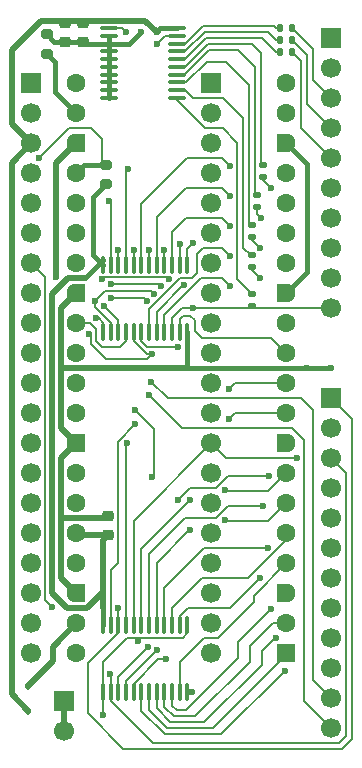
<source format=gbr>
%TF.GenerationSoftware,KiCad,Pcbnew,9.0.3-9.0.3-0~ubuntu24.04.1*%
%TF.CreationDate,2025-09-06T02:21:12+02:00*%
%TF.ProjectId,board_nfz330_nfz400,626f6172-645f-46e6-967a-3333305f6e66,rev?*%
%TF.SameCoordinates,Original*%
%TF.FileFunction,Copper,L1,Top*%
%TF.FilePolarity,Positive*%
%FSLAX46Y46*%
G04 Gerber Fmt 4.6, Leading zero omitted, Abs format (unit mm)*
G04 Created by KiCad (PCBNEW 9.0.3-9.0.3-0~ubuntu24.04.1) date 2025-09-06 02:21:12*
%MOMM*%
%LPD*%
G01*
G04 APERTURE LIST*
G04 Aperture macros list*
%AMRoundRect*
0 Rectangle with rounded corners*
0 $1 Rounding radius*
0 $2 $3 $4 $5 $6 $7 $8 $9 X,Y pos of 4 corners*
0 Add a 4 corners polygon primitive as box body*
4,1,4,$2,$3,$4,$5,$6,$7,$8,$9,$2,$3,0*
0 Add four circle primitives for the rounded corners*
1,1,$1+$1,$2,$3*
1,1,$1+$1,$4,$5*
1,1,$1+$1,$6,$7*
1,1,$1+$1,$8,$9*
0 Add four rect primitives between the rounded corners*
20,1,$1+$1,$2,$3,$4,$5,0*
20,1,$1+$1,$4,$5,$6,$7,0*
20,1,$1+$1,$6,$7,$8,$9,0*
20,1,$1+$1,$8,$9,$2,$3,0*%
%AMFreePoly0*
4,1,37,0.603843,0.796157,0.639018,0.796157,0.711114,0.766294,0.766294,0.711114,0.796157,0.639018,0.796157,0.603843,0.800000,0.600000,0.800000,-0.600000,0.796157,-0.603843,0.796157,-0.639018,0.766294,-0.711114,0.711114,-0.766294,0.639018,-0.796157,0.603843,-0.796157,0.600000,-0.800000,0.000000,-0.800000,0.000000,-0.796148,-0.078414,-0.796148,-0.232228,-0.765552,-0.377117,-0.705537,
-0.507515,-0.618408,-0.618408,-0.507515,-0.705537,-0.377117,-0.765552,-0.232228,-0.796148,-0.078414,-0.796148,0.078414,-0.765552,0.232228,-0.705537,0.377117,-0.618408,0.507515,-0.507515,0.618408,-0.377117,0.705537,-0.232228,0.765552,-0.078414,0.796148,0.000000,0.796148,0.000000,0.800000,0.600000,0.800000,0.603843,0.796157,0.603843,0.796157,$1*%
%AMFreePoly1*
4,1,37,0.000000,0.796148,0.078414,0.796148,0.232228,0.765552,0.377117,0.705537,0.507515,0.618408,0.618408,0.507515,0.705537,0.377117,0.765552,0.232228,0.796148,0.078414,0.796148,-0.078414,0.765552,-0.232228,0.705537,-0.377117,0.618408,-0.507515,0.507515,-0.618408,0.377117,-0.705537,0.232228,-0.765552,0.078414,-0.796148,0.000000,-0.796148,0.000000,-0.800000,-0.600000,-0.800000,
-0.603843,-0.796157,-0.639018,-0.796157,-0.711114,-0.766294,-0.766294,-0.711114,-0.796157,-0.639018,-0.796157,-0.603843,-0.800000,-0.600000,-0.800000,0.600000,-0.796157,0.603843,-0.796157,0.639018,-0.766294,0.711114,-0.711114,0.766294,-0.639018,0.796157,-0.603843,0.796157,-0.600000,0.800000,0.000000,0.800000,0.000000,0.796148,0.000000,0.796148,$1*%
G04 Aperture macros list end*
%TA.AperFunction,SMDPad,CuDef*%
%ADD10RoundRect,0.135000X0.185000X-0.135000X0.185000X0.135000X-0.185000X0.135000X-0.185000X-0.135000X0*%
%TD*%
%TA.AperFunction,ComponentPad*%
%ADD11RoundRect,0.200000X0.600000X0.600000X-0.600000X0.600000X-0.600000X-0.600000X0.600000X-0.600000X0*%
%TD*%
%TA.AperFunction,ComponentPad*%
%ADD12C,1.600000*%
%TD*%
%TA.AperFunction,ComponentPad*%
%ADD13FreePoly0,180.000000*%
%TD*%
%TA.AperFunction,ComponentPad*%
%ADD14FreePoly1,180.000000*%
%TD*%
%TA.AperFunction,SMDPad,CuDef*%
%ADD15RoundRect,0.200000X0.275000X-0.200000X0.275000X0.200000X-0.275000X0.200000X-0.275000X-0.200000X0*%
%TD*%
%TA.AperFunction,SMDPad,CuDef*%
%ADD16RoundRect,0.100000X0.100000X-0.637500X0.100000X0.637500X-0.100000X0.637500X-0.100000X-0.637500X0*%
%TD*%
%TA.AperFunction,ComponentPad*%
%ADD17R,1.700000X1.700000*%
%TD*%
%TA.AperFunction,ComponentPad*%
%ADD18C,1.700000*%
%TD*%
%TA.AperFunction,SMDPad,CuDef*%
%ADD19RoundRect,0.225000X0.250000X-0.225000X0.250000X0.225000X-0.250000X0.225000X-0.250000X-0.225000X0*%
%TD*%
%TA.AperFunction,SMDPad,CuDef*%
%ADD20RoundRect,0.135000X-0.135000X-0.185000X0.135000X-0.185000X0.135000X0.185000X-0.135000X0.185000X0*%
%TD*%
%TA.AperFunction,SMDPad,CuDef*%
%ADD21RoundRect,0.112500X-0.112500X0.187500X-0.112500X-0.187500X0.112500X-0.187500X0.112500X0.187500X0*%
%TD*%
%TA.AperFunction,SMDPad,CuDef*%
%ADD22RoundRect,0.100000X-0.637500X-0.100000X0.637500X-0.100000X0.637500X0.100000X-0.637500X0.100000X0*%
%TD*%
%TA.AperFunction,SMDPad,CuDef*%
%ADD23RoundRect,0.225000X-0.250000X0.225000X-0.250000X-0.225000X0.250000X-0.225000X0.250000X0.225000X0*%
%TD*%
%TA.AperFunction,SMDPad,CuDef*%
%ADD24RoundRect,0.135000X-0.185000X0.135000X-0.185000X-0.135000X0.185000X-0.135000X0.185000X0.135000X0*%
%TD*%
%TA.AperFunction,ViaPad*%
%ADD25C,0.600000*%
%TD*%
%TA.AperFunction,Conductor*%
%ADD26C,0.400000*%
%TD*%
%TA.AperFunction,Conductor*%
%ADD27C,0.500000*%
%TD*%
%TA.AperFunction,Conductor*%
%ADD28C,0.200000*%
%TD*%
G04 APERTURE END LIST*
D10*
%TO.P,R8,1*%
%TO.N,/BUS{slash}GP8*%
X76583400Y-92783200D03*
%TO.P,R8,2*%
%TO.N,Net-(U1-Y8)*%
X76583400Y-91763200D03*
%TD*%
D11*
%TO.P,J3,1,GPIO0*%
%TO.N,/PICO{slash}GP0*%
X79479000Y-122169000D03*
D12*
%TO.P,J3,2,GPIO1*%
%TO.N,/PICO{slash}GP1*%
X79479000Y-119629000D03*
D13*
%TO.P,J3,3,GND*%
%TO.N,GND*%
X79479000Y-117089000D03*
D12*
%TO.P,J3,4,GPIO2*%
%TO.N,/PICO{slash}GP2*%
X79479000Y-114549000D03*
%TO.P,J3,5,GPIO3*%
%TO.N,/PICO{slash}GP3*%
X79479000Y-112009000D03*
%TO.P,J3,6,GPIO4*%
%TO.N,/PICO{slash}GP4*%
X79479000Y-109469000D03*
%TO.P,J3,7,GPIO5*%
%TO.N,/PICO{slash}GP5*%
X79479000Y-106929000D03*
D13*
%TO.P,J3,8,GND*%
%TO.N,GND*%
X79479000Y-104389000D03*
D12*
%TO.P,J3,9,GPIO6*%
%TO.N,/PICO{slash}GP6*%
X79479000Y-101849000D03*
%TO.P,J3,10,GPIO7*%
%TO.N,/PICO{slash}GP7*%
X79479000Y-99309000D03*
%TO.P,J3,11,GPIO8*%
%TO.N,/PICO{slash}GP8*%
X79479000Y-96769000D03*
%TO.P,J3,12,GPIO9*%
%TO.N,/PICO{slash}GP9*%
X79479000Y-94229000D03*
D13*
%TO.P,J3,13,GND*%
%TO.N,GND*%
X79479000Y-91689000D03*
D12*
%TO.P,J3,14,GPIO10*%
%TO.N,/PICO{slash}GP10*%
X79479000Y-89149000D03*
%TO.P,J3,15,GPIO11*%
%TO.N,/PICO{slash}GP11*%
X79479000Y-86609000D03*
%TO.P,J3,16,GPIO12*%
%TO.N,/PICO{slash}GP12*%
X79479000Y-84069000D03*
%TO.P,J3,17,GPIO13*%
%TO.N,/PICO{slash}GP13*%
X79479000Y-81529000D03*
D13*
%TO.P,J3,18,GND*%
%TO.N,GND*%
X79479000Y-78989000D03*
D12*
%TO.P,J3,19,GPIO14*%
%TO.N,/PICO{slash}GP14*%
X79479000Y-76449000D03*
%TO.P,J3,20,GPIO15*%
%TO.N,/PICO{slash}GP15*%
X79479000Y-73909000D03*
%TO.P,J3,21,GPIO16*%
%TO.N,unconnected-(J3-GPIO16-Pad21)*%
X61699000Y-73909000D03*
%TO.P,J3,22,GPIO17*%
%TO.N,/PICO{slash}NOP_EN*%
X61699000Y-76449000D03*
D14*
%TO.P,J3,23,GND*%
%TO.N,GND*%
X61699000Y-78989000D03*
D12*
%TO.P,J3,24,GPIO18*%
%TO.N,/PICO{slash}BUS_EN*%
X61699000Y-81529000D03*
%TO.P,J3,25,GPIO19*%
%TO.N,/PICO{slash}ALE*%
X61699000Y-84069000D03*
%TO.P,J3,26,GPIO20*%
%TO.N,/PICO{slash}PSEN*%
X61699000Y-86609000D03*
%TO.P,J3,27,GPIO21*%
%TO.N,/PICO{slash}WR*%
X61699000Y-89149000D03*
D14*
%TO.P,J3,28,GND*%
%TO.N,GND*%
X61699000Y-91689000D03*
D12*
%TO.P,J3,29,GPIO22*%
%TO.N,/PICO{slash}RD*%
X61699000Y-94229000D03*
%TO.P,J3,30,RUN*%
%TO.N,unconnected-(J3-RUN-Pad30)*%
X61699000Y-96769000D03*
%TO.P,J3,31,GPIO26/ADC0*%
%TO.N,unconnected-(J3-GPIO26{slash}ADC0-Pad31)*%
X61699000Y-99309000D03*
%TO.P,J3,32,GPIO27/ADC1*%
%TO.N,unconnected-(J3-GPIO27{slash}ADC1-Pad32)*%
X61699000Y-101849000D03*
D14*
%TO.P,J3,33,AGND*%
%TO.N,GND*%
X61699000Y-104389000D03*
D12*
%TO.P,J3,34,GPIO28/ADC2*%
%TO.N,unconnected-(J3-GPIO28{slash}ADC2-Pad34)*%
X61699000Y-106929000D03*
%TO.P,J3,35,ADC_VREF*%
%TO.N,unconnected-(J3-ADC_VREF-Pad35)*%
X61699000Y-109469000D03*
%TO.P,J3,36,3V3*%
%TO.N,+3V3*%
X61699000Y-112009000D03*
%TO.P,J3,37,3V3_EN*%
%TO.N,unconnected-(J3-3V3_EN-Pad37)*%
X61699000Y-114549000D03*
D14*
%TO.P,J3,38,GND*%
%TO.N,GND*%
X61699000Y-117089000D03*
D12*
%TO.P,J3,39,VSYS*%
%TO.N,Net-(D1-K)*%
X61699000Y-119629000D03*
%TO.P,J3,40,VBUS*%
%TO.N,unconnected-(J3-VBUS-Pad40)*%
X61699000Y-122169000D03*
%TD*%
D15*
%TO.P,R9,1*%
%TO.N,/PICO{slash}NOP_EN*%
X59260600Y-71432000D03*
%TO.P,R9,2*%
%TO.N,GND*%
X59260600Y-69782000D03*
%TD*%
D16*
%TO.P,U3,1,~{1OE}*%
%TO.N,/PICO{slash}BUS_EN*%
X63970000Y-125481000D03*
%TO.P,U3,2,1B1*%
%TO.N,/BUS{slash}GP7*%
X64620000Y-125481000D03*
%TO.P,U3,3,1A1*%
%TO.N,/PICO{slash}GP7*%
X65270000Y-125481000D03*
%TO.P,U3,4,1A2*%
%TO.N,/PICO{slash}GP6*%
X65920000Y-125481000D03*
%TO.P,U3,5,1B2*%
%TO.N,/BUS{slash}GP6*%
X66570000Y-125481000D03*
%TO.P,U3,6,1B3*%
%TO.N,/BUS{slash}GP0*%
X67220000Y-125481000D03*
%TO.P,U3,7,1A3*%
%TO.N,/PICO{slash}GP0*%
X67870000Y-125481000D03*
%TO.P,U3,8,1A4*%
%TO.N,/BUS{slash}GP1*%
X68520000Y-125481000D03*
%TO.P,U3,9,1B4*%
%TO.N,/PICO{slash}GP1*%
X69170000Y-125481000D03*
%TO.P,U3,10,1B5*%
%TO.N,/BUS{slash}GP2*%
X69820000Y-125481000D03*
%TO.P,U3,11,1A5*%
%TO.N,/PICO{slash}GP2*%
X70470000Y-125481000D03*
%TO.P,U3,12,GND*%
%TO.N,GND*%
X71120000Y-125481000D03*
%TO.P,U3,13,~{2OE}*%
%TO.N,/PICO{slash}BUS_EN*%
X71120000Y-119756000D03*
%TO.P,U3,14,2A1*%
%TO.N,/BUS{slash}GP3*%
X70470000Y-119756000D03*
%TO.P,U3,15,2B1*%
%TO.N,/PICO{slash}GP3*%
X69820000Y-119756000D03*
%TO.P,U3,16,2B2*%
%TO.N,/BUS{slash}GP4*%
X69170000Y-119756000D03*
%TO.P,U3,17,2A2*%
%TO.N,/PICO{slash}GP4*%
X68520000Y-119756000D03*
%TO.P,U3,18,2A3*%
%TO.N,/BUS{slash}GP5*%
X67870000Y-119756000D03*
%TO.P,U3,19,2B3*%
%TO.N,/PICO{slash}GP5*%
X67220000Y-119756000D03*
%TO.P,U3,20,2B4*%
%TO.N,/BUS{slash}PSEN*%
X66570000Y-119756000D03*
%TO.P,U3,21,2A4*%
%TO.N,/PICO{slash}PSEN*%
X65920000Y-119756000D03*
%TO.P,U3,22,2A5*%
%TO.N,/BUS{slash}ALE*%
X65270000Y-119756000D03*
%TO.P,U3,23,2B5*%
%TO.N,/PICO{slash}ALE*%
X64620000Y-119756000D03*
%TO.P,U3,24,VCC*%
%TO.N,+3V3*%
X63970000Y-119756000D03*
%TD*%
D10*
%TO.P,R6,1*%
%TO.N,/BUS{slash}GP10*%
X76583400Y-86941200D03*
%TO.P,R6,2*%
%TO.N,Net-(U1-Y6)*%
X76583400Y-85921200D03*
%TD*%
D17*
%TO.P,J1,B1,ALE*%
%TO.N,/BUS{slash}ALE*%
X83289000Y-100579000D03*
D18*
%TO.P,J1,B2,~{PSEN}*%
%TO.N,/BUS{slash}PSEN*%
X83289000Y-103119000D03*
%TO.P,J1,B3,A15*%
%TO.N,/BUS{slash}GP7*%
X83289000Y-105659000D03*
%TO.P,J1,B4,A14*%
%TO.N,/BUS{slash}GP6*%
X83289000Y-108199000D03*
%TO.P,J1,B5,A13*%
%TO.N,/BUS{slash}GP5*%
X83289000Y-110739000D03*
%TO.P,J1,B6,A12*%
%TO.N,/BUS{slash}GP4*%
X83289000Y-113279000D03*
%TO.P,J1,B7,A11*%
%TO.N,/BUS{slash}GP3*%
X83289000Y-115819000D03*
%TO.P,J1,B8,A10*%
%TO.N,/BUS{slash}GP2*%
X83289000Y-118359000D03*
%TO.P,J1,B9,A9*%
%TO.N,/BUS{slash}GP1*%
X83289000Y-120899000D03*
%TO.P,J1,B10,A8*%
%TO.N,/BUS{slash}GP0*%
X83289000Y-123439000D03*
%TO.P,J1,B11,~{RD}*%
%TO.N,/BUS{slash}RD*%
X83289000Y-125979000D03*
%TO.P,J1,B12,~{WR}*%
%TO.N,/BUS{slash}WR*%
X83289000Y-128519000D03*
D17*
%TO.P,J1,T1,GND*%
%TO.N,GND*%
X83289000Y-70099000D03*
D18*
%TO.P,J1,T2,5V*%
%TO.N,+5V*%
X83289000Y-72639000D03*
%TO.P,J1,T3,AD0*%
%TO.N,/BUS{slash}GP15*%
X83289000Y-75179000D03*
%TO.P,J1,T4,AD1*%
%TO.N,/BUS{slash}GP14*%
X83289000Y-77719000D03*
%TO.P,J1,T5,AD2*%
%TO.N,/BUS{slash}GP13*%
X83289000Y-80259000D03*
%TO.P,J1,T6,AD3*%
%TO.N,/BUS{slash}GP12*%
X83289000Y-82799000D03*
%TO.P,J1,T7,AD4*%
%TO.N,/BUS{slash}GP11*%
X83289000Y-85339000D03*
%TO.P,J1,T8,AD5*%
%TO.N,/BUS{slash}GP10*%
X83289000Y-87879000D03*
%TO.P,J1,T9,AD6*%
%TO.N,/BUS{slash}GP9*%
X83289000Y-90419000D03*
%TO.P,J1,T10,AD7*%
%TO.N,/BUS{slash}GP8*%
X83289000Y-92959000D03*
%TD*%
D19*
%TO.P,C3,1*%
%TO.N,+3V3*%
X64391400Y-112149000D03*
%TO.P,C3,2*%
%TO.N,GND*%
X64391400Y-110599000D03*
%TD*%
D20*
%TO.P,R2,1*%
%TO.N,Net-(U1-Y2)*%
X78943600Y-70276800D03*
%TO.P,R2,2*%
%TO.N,/BUS{slash}GP14*%
X79963600Y-70276800D03*
%TD*%
D10*
%TO.P,R5,1*%
%TO.N,/BUS{slash}GP11*%
X77015200Y-84375800D03*
%TO.P,R5,2*%
%TO.N,Net-(U1-Y5)*%
X77015200Y-83355800D03*
%TD*%
D21*
%TO.P,D1,1,K*%
%TO.N,Net-(D1-K)*%
X57609600Y-124929000D03*
%TO.P,D1,2,A*%
%TO.N,+5V*%
X57609600Y-127029000D03*
%TD*%
D22*
%TO.P,U1,1,~{OE1}*%
%TO.N,/PICO{slash}NOP_EN*%
X64485000Y-69282200D03*
%TO.P,U1,2,A1*%
%TO.N,GND*%
X64485000Y-69932200D03*
%TO.P,U1,3,A2*%
X64485000Y-70582200D03*
%TO.P,U1,4,A3*%
X64485000Y-71232200D03*
%TO.P,U1,5,A4*%
X64485000Y-71882200D03*
%TO.P,U1,6,A5*%
X64485000Y-72532200D03*
%TO.P,U1,7,A6*%
X64485000Y-73182200D03*
%TO.P,U1,8,A7*%
X64485000Y-73832200D03*
%TO.P,U1,9,A8*%
X64485000Y-74482200D03*
%TO.P,U1,10,GND*%
X64485000Y-75132200D03*
%TO.P,U1,11,Y8*%
%TO.N,Net-(U1-Y8)*%
X70210000Y-75132200D03*
%TO.P,U1,12,Y7*%
%TO.N,Net-(U1-Y7)*%
X70210000Y-74482200D03*
%TO.P,U1,13,Y6*%
%TO.N,Net-(U1-Y6)*%
X70210000Y-73832200D03*
%TO.P,U1,14,Y5*%
%TO.N,Net-(U1-Y5)*%
X70210000Y-73182200D03*
%TO.P,U1,15,Y4*%
%TO.N,Net-(U1-Y4)*%
X70210000Y-72532200D03*
%TO.P,U1,16,Y3*%
%TO.N,Net-(U1-Y3)*%
X70210000Y-71882200D03*
%TO.P,U1,17,Y2*%
%TO.N,Net-(U1-Y2)*%
X70210000Y-71232200D03*
%TO.P,U1,18,Y1*%
%TO.N,Net-(U1-Y1)*%
X70210000Y-70582200D03*
%TO.P,U1,19,~{OE2}*%
%TO.N,/BUS{slash}PSEN*%
X70210000Y-69932200D03*
%TO.P,U1,20,VCC*%
%TO.N,+5V*%
X70210000Y-69282200D03*
%TD*%
D10*
%TO.P,R7,1*%
%TO.N,/BUS{slash}GP9*%
X76583400Y-89481200D03*
%TO.P,R7,2*%
%TO.N,Net-(U1-Y7)*%
X76583400Y-88461200D03*
%TD*%
D17*
%TO.P,J4,1,Pin_1*%
%TO.N,GND*%
X60657600Y-126182200D03*
D18*
%TO.P,J4,2,Pin_2*%
X60657600Y-128722200D03*
%TD*%
D23*
%TO.P,C1,1*%
%TO.N,+5V*%
X60759200Y-68841400D03*
%TO.P,C1,2*%
%TO.N,GND*%
X60759200Y-70391400D03*
%TD*%
D20*
%TO.P,R3,1*%
%TO.N,Net-(U1-Y3)*%
X78943600Y-71267400D03*
%TO.P,R3,2*%
%TO.N,/BUS{slash}GP13*%
X79963600Y-71267400D03*
%TD*%
%TO.P,R1,1*%
%TO.N,Net-(U1-Y1)*%
X78943600Y-69260800D03*
%TO.P,R1,2*%
%TO.N,/BUS{slash}GP15*%
X79963600Y-69260800D03*
%TD*%
D23*
%TO.P,C2,1*%
%TO.N,+5V*%
X62257800Y-68841400D03*
%TO.P,C2,2*%
%TO.N,GND*%
X62257800Y-70391400D03*
%TD*%
D16*
%TO.P,U2,1,~{1OE}*%
%TO.N,/PICO{slash}BUS_EN*%
X63970000Y-95001000D03*
%TO.P,U2,2,1B1*%
%TO.N,/BUS{slash}WR*%
X64620000Y-95001000D03*
%TO.P,U2,3,1A1*%
%TO.N,/PICO{slash}WR*%
X65270000Y-95001000D03*
%TO.P,U2,4,1A2*%
%TO.N,/PICO{slash}RD*%
X65920000Y-95001000D03*
%TO.P,U2,5,1B2*%
%TO.N,/BUS{slash}RD*%
X66570000Y-95001000D03*
%TO.P,U2,6,1B3*%
%TO.N,/BUS{slash}GP10*%
X67220000Y-95001000D03*
%TO.P,U2,7,1A3*%
%TO.N,/PICO{slash}GP10*%
X67870000Y-95001000D03*
%TO.P,U2,8,1A4*%
%TO.N,/BUS{slash}GP9*%
X68520000Y-95001000D03*
%TO.P,U2,9,1B4*%
%TO.N,/PICO{slash}GP9*%
X69170000Y-95001000D03*
%TO.P,U2,10,1B5*%
%TO.N,/BUS{slash}GP8*%
X69820000Y-95001000D03*
%TO.P,U2,11,1A5*%
%TO.N,/PICO{slash}GP8*%
X70470000Y-95001000D03*
%TO.P,U2,12,GND*%
%TO.N,GND*%
X71120000Y-95001000D03*
%TO.P,U2,13,~{2OE}*%
%TO.N,/PICO{slash}BUS_EN*%
X71120000Y-89276000D03*
%TO.P,U2,14,2A1*%
%TO.N,/BUS{slash}GP11*%
X70470000Y-89276000D03*
%TO.P,U2,15,2B1*%
%TO.N,/PICO{slash}GP11*%
X69820000Y-89276000D03*
%TO.P,U2,16,2B2*%
%TO.N,/BUS{slash}GP12*%
X69170000Y-89276000D03*
%TO.P,U2,17,2A2*%
%TO.N,/PICO{slash}GP12*%
X68520000Y-89276000D03*
%TO.P,U2,18,2A3*%
%TO.N,/BUS{slash}GP13*%
X67870000Y-89276000D03*
%TO.P,U2,19,2B3*%
%TO.N,/PICO{slash}GP13*%
X67220000Y-89276000D03*
%TO.P,U2,20,2B4*%
%TO.N,/BUS{slash}GP14*%
X66570000Y-89276000D03*
%TO.P,U2,21,2A4*%
%TO.N,/PICO{slash}GP14*%
X65920000Y-89276000D03*
%TO.P,U2,22,2A5*%
%TO.N,/BUS{slash}GP15*%
X65270000Y-89276000D03*
%TO.P,U2,23,2B5*%
%TO.N,/PICO{slash}GP15*%
X64620000Y-89276000D03*
%TO.P,U2,24,VCC*%
%TO.N,+3V3*%
X63970000Y-89276000D03*
%TD*%
D24*
%TO.P,R4,1*%
%TO.N,Net-(U1-Y4)*%
X77523200Y-80841200D03*
%TO.P,R4,2*%
%TO.N,/BUS{slash}GP12*%
X77523200Y-81861200D03*
%TD*%
D15*
%TO.P,R10,1*%
%TO.N,+3V3*%
X64239000Y-82481000D03*
%TO.P,R10,2*%
%TO.N,/PICO{slash}BUS_EN*%
X64239000Y-80831000D03*
%TD*%
D18*
%TO.P,J2,*%
%TO.N,*%
X73129000Y-81529000D03*
X73129000Y-78989000D03*
X57889000Y-86609000D03*
X57889000Y-84069000D03*
X57889000Y-81529000D03*
D17*
%TO.P,J2,L1,~{WR}*%
%TO.N,/BUS{slash}WR*%
X57889000Y-73909000D03*
D18*
%TO.P,J2,L2,~{RD}*%
%TO.N,/BUS{slash}RD*%
X57889000Y-76449000D03*
%TO.P,J2,L3,5V*%
%TO.N,+5V*%
X57889000Y-78989000D03*
%TO.P,J2,L7,ALE*%
%TO.N,/BUS{slash}ALE*%
X57889000Y-89149000D03*
%TO.P,J2,L8,A12*%
%TO.N,/BUS{slash}GP7*%
X57889000Y-91689000D03*
%TO.P,J2,L9,AD7*%
%TO.N,/BUS{slash}GP15*%
X57889000Y-94229000D03*
%TO.P,J2,L10,AD6*%
%TO.N,/BUS{slash}GP14*%
X57889000Y-96769000D03*
%TO.P,J2,L11,AD5*%
%TO.N,/BUS{slash}GP13*%
X57889000Y-99309000D03*
%TO.P,J2,L12,AD4*%
%TO.N,/BUS{slash}GP12*%
X57889000Y-101849000D03*
%TO.P,J2,L13,AD3*%
%TO.N,/BUS{slash}GP11*%
X57889000Y-104389000D03*
%TO.P,J2,L14,AD2*%
%TO.N,/BUS{slash}GP10*%
X57889000Y-106929000D03*
%TO.P,J2,L15,AD1*%
%TO.N,/BUS{slash}GP9*%
X57889000Y-109469000D03*
%TO.P,J2,L16,AD0*%
%TO.N,/BUS{slash}GP8*%
X57889000Y-112009000D03*
%TO.P,J2,L17,AD0*%
%TO.N,unconnected-(J2-AD0-PadL17)*%
X57889000Y-114549000D03*
%TO.P,J2,L18,AD1*%
%TO.N,unconnected-(J2-AD1-PadL18)*%
X57889000Y-117089000D03*
%TO.P,J2,L19,AD2*%
%TO.N,unconnected-(J2-AD2-PadL19)*%
X57889000Y-119629000D03*
%TO.P,J2,L20,GND*%
%TO.N,GND*%
X57889000Y-122169000D03*
D17*
%TO.P,J2,R1,GND*%
%TO.N,unconnected-(J2-GND-PadR1)*%
X73129000Y-73909000D03*
D18*
%TO.P,J2,R2,GND*%
%TO.N,unconnected-(J2-GND-PadR2)*%
X73129000Y-76449000D03*
%TO.P,J2,R5,A12*%
%TO.N,unconnected-(J2-A12-PadR5)*%
X73129000Y-84069000D03*
%TO.P,J2,R6,ALE*%
%TO.N,unconnected-(J2-ALE-PadR6)*%
X73129000Y-86609000D03*
%TO.P,J2,R7,5V*%
%TO.N,unconnected-(J2-5V-PadR7)*%
X73129000Y-89149000D03*
%TO.P,J2,R8,A14*%
%TO.N,/BUS{slash}GP6*%
X73129000Y-91689000D03*
%TO.P,J2,R9,A13*%
%TO.N,/BUS{slash}GP5*%
X73129000Y-94229000D03*
%TO.P,J2,R10,A8*%
%TO.N,/BUS{slash}GP4*%
X73129000Y-96769000D03*
%TO.P,J2,R11,A9*%
%TO.N,/BUS{slash}GP3*%
X73129000Y-99309000D03*
%TO.P,J2,R12,A11*%
%TO.N,/BUS{slash}GP2*%
X73129000Y-101849000D03*
%TO.P,J2,R13,~{PSEN}*%
%TO.N,/BUS{slash}PSEN*%
X73129000Y-104389000D03*
%TO.P,J2,R14,A10*%
%TO.N,/BUS{slash}GP1*%
X73129000Y-106929000D03*
%TO.P,J2,R15,A15*%
%TO.N,/BUS{slash}GP0*%
X73129000Y-109469000D03*
%TO.P,J2,R16,AD7*%
%TO.N,unconnected-(J2-AD7-PadR16)*%
X73129000Y-112009000D03*
%TO.P,J2,R17,AD6*%
%TO.N,unconnected-(J2-AD6-PadR17)*%
X73129000Y-114549000D03*
%TO.P,J2,R18,AD5*%
%TO.N,unconnected-(J2-AD5-PadR18)*%
X73129000Y-117089000D03*
%TO.P,J2,R19,AD4*%
%TO.N,unconnected-(J2-AD4-PadR19)*%
X73129000Y-119629000D03*
%TO.P,J2,R20,AD3*%
%TO.N,unconnected-(J2-AD3-PadR20)*%
X73129000Y-122169000D03*
%TD*%
D25*
%TO.N,+5V*%
X68531600Y-69591000D03*
%TO.N,/BUS{slash}PSEN*%
X80368000Y-105659000D03*
X68557000Y-70607000D03*
%TO.N,GND*%
X60013000Y-90317400D03*
X81257000Y-98039000D03*
X67160000Y-69591000D03*
X83314400Y-98039000D03*
X71528800Y-125420200D03*
%TO.N,/BUS{slash}WR*%
X63324600Y-92324000D03*
X67896600Y-100325000D03*
X68302273Y-91781000D03*
%TO.N,/BUS{slash}RD*%
X68150600Y-96835907D03*
X62816600Y-95143400D03*
X68074400Y-99207400D03*
%TO.N,/PICO{slash}WR*%
X64033102Y-92742772D03*
%TO.N,/BUS{slash}GP7*%
X64594600Y-123896200D03*
%TO.N,/BUS{slash}GP14*%
X66570000Y-88031400D03*
%TO.N,/BUS{slash}GP0*%
X79402800Y-123642200D03*
%TO.N,/BUS{slash}GP11*%
X70470000Y-87523400D03*
X77370800Y-85339000D03*
%TO.N,/BUS{slash}GP13*%
X67870000Y-88006000D03*
%TO.N,/BUS{slash}GP5*%
X77539000Y-109723000D03*
%TO.N,/BUS{slash}GP10*%
X70325400Y-96268753D03*
X77243800Y-87879000D03*
%TO.N,/BUS{slash}GP2*%
X78234400Y-118409800D03*
%TO.N,/BUS{slash}GP12*%
X69170000Y-88006000D03*
X78183600Y-82799000D03*
%TO.N,/BUS{slash}GP4*%
X77929600Y-113279000D03*
%TO.N,/BUS{slash}GP1*%
X78590000Y-120899000D03*
%TO.N,/BUS{slash}GP15*%
X65270000Y-88006000D03*
%TO.N,/BUS{slash}GP9*%
X70842272Y-91019000D03*
X77243800Y-90419000D03*
%TO.N,/BUS{slash}GP3*%
X77269200Y-115819000D03*
%TO.N,/BUS{slash}GP8*%
X71579600Y-92959000D03*
%TO.N,/BUS{slash}GP6*%
X70335000Y-109215000D03*
X69319000Y-122677000D03*
X78047000Y-107157600D03*
%TO.N,/PICO{slash}GP4*%
X74281600Y-110892127D03*
X71325600Y-111755000D03*
%TO.N,/PICO{slash}GP11*%
X74754600Y-85999400D03*
%TO.N,/PICO{slash}GP10*%
X74741900Y-88526700D03*
%TO.N,/PICO{slash}GP12*%
X74741900Y-83446700D03*
%TO.N,/PICO{slash}GP6*%
X68557000Y-121915000D03*
X74653000Y-102357000D03*
%TO.N,/PICO{slash}GP7*%
X67795000Y-121635600D03*
X74653000Y-99817000D03*
%TO.N,/PICO{slash}GP9*%
X74729200Y-91054000D03*
%TO.N,/PICO{slash}GP13*%
X74729200Y-80894000D03*
%TO.N,/PICO{slash}GP15*%
X64467600Y-83916600D03*
%TO.N,/PICO{slash}GP14*%
X66093200Y-81198800D03*
%TO.N,/PICO{slash}GP5*%
X74281600Y-108352127D03*
X71325600Y-109215000D03*
%TO.N,/BUS{slash}ALE*%
X59667000Y-118232000D03*
X65255000Y-118359000D03*
%TO.N,/PICO{slash}NOP_EN*%
X65890000Y-69591000D03*
%TO.N,/PICO{slash}PSEN*%
X69569417Y-90495093D03*
X66004300Y-104401700D03*
X63912027Y-90513500D03*
%TO.N,/PICO{slash}ALE*%
X68899127Y-91113500D03*
X64655000Y-90942800D03*
X66715500Y-102801500D03*
%TO.N,/PICO{slash}BUS_EN*%
X67683800Y-92390600D03*
X68150600Y-107284600D03*
X71605000Y-87472600D03*
X66982200Y-121102200D03*
X63400000Y-93822600D03*
X66677400Y-101569600D03*
X58574800Y-80233600D03*
X64639071Y-92143800D03*
X63959600Y-127426800D03*
%TD*%
D26*
%TO.N,+5V*%
X68841400Y-69281200D02*
X70210000Y-69281200D01*
D27*
X56238000Y-80640000D02*
X56238000Y-125657400D01*
X56238000Y-125657400D02*
X57609600Y-127029000D01*
D26*
X68531600Y-69591000D02*
X68841400Y-69281200D01*
D27*
X68531600Y-69591000D02*
X67571800Y-68631200D01*
X58740850Y-68631200D02*
X56238000Y-71134050D01*
X57889000Y-78989000D02*
X56238000Y-80640000D01*
X56238000Y-71134050D02*
X56238000Y-77338000D01*
X56238000Y-77338000D02*
X57889000Y-78989000D01*
X67571800Y-68631200D02*
X58740850Y-68631200D01*
D28*
%TO.N,/BUS{slash}PSEN*%
X74399000Y-105659000D02*
X73129000Y-104389000D01*
X73129000Y-104389000D02*
X66570000Y-110948000D01*
X69231800Y-69932200D02*
X68557000Y-70607000D01*
X80368000Y-105659000D02*
X74399000Y-105659000D01*
X70210000Y-69932200D02*
X69231800Y-69932200D01*
X66570000Y-110948000D02*
X66570000Y-119756000D01*
D27*
%TO.N,Net-(D1-K)*%
X59717800Y-121610200D02*
X61699000Y-119629000D01*
X59717800Y-121762600D02*
X59717800Y-121610200D01*
X57609600Y-124929000D02*
X59717800Y-122820800D01*
X59717800Y-122820800D02*
X59717800Y-121762600D01*
%TO.N,+3V3*%
X59679496Y-91765200D02*
X59679496Y-117089000D01*
X62623800Y-118359000D02*
X63970000Y-117012800D01*
X62435600Y-90419000D02*
X61038600Y-90419000D01*
D26*
X63172200Y-88478200D02*
X63970000Y-89276000D01*
X63970000Y-118384400D02*
X63970000Y-119756000D01*
D27*
X64391400Y-112149000D02*
X61839000Y-112149000D01*
D26*
X63172200Y-83547800D02*
X63172200Y-88478200D01*
X64239000Y-82481000D02*
X63172200Y-83547800D01*
D27*
X63970000Y-116225400D02*
X63970000Y-118384400D01*
X63970000Y-117012800D02*
X63970000Y-116225400D01*
D26*
X62435600Y-90393600D02*
X63959600Y-88869600D01*
D27*
X61839000Y-112149000D02*
X61699000Y-112009000D01*
X59692400Y-117089000D02*
X60962400Y-118359000D01*
X61038600Y-90419000D02*
X59692400Y-91765200D01*
X63970000Y-112570400D02*
X64391400Y-112149000D01*
X60962400Y-118359000D02*
X62623800Y-118359000D01*
D26*
X62435600Y-90419000D02*
X62435600Y-90393600D01*
D27*
X63970000Y-116225400D02*
X63970000Y-112570400D01*
D26*
%TO.N,GND*%
X64391400Y-110599000D02*
X64251400Y-110739000D01*
D27*
X60403600Y-103093600D02*
X61699000Y-104389000D01*
D26*
X83314400Y-98039000D02*
X71120000Y-98039000D01*
D27*
X60013000Y-90317400D02*
X60013000Y-80675000D01*
D26*
X64485000Y-69932200D02*
X64485000Y-75132200D01*
D27*
X60403600Y-92984400D02*
X60403600Y-97708800D01*
D28*
X61699000Y-91689000D02*
X61699000Y-91155600D01*
D27*
X61699000Y-91689000D02*
X60403600Y-92984400D01*
D26*
X81231600Y-80741600D02*
X79479000Y-78989000D01*
X59870000Y-70391400D02*
X59260600Y-69782000D01*
X66168800Y-70582200D02*
X62448600Y-70582200D01*
D27*
X67693400Y-98039000D02*
X71120000Y-98039000D01*
D26*
X81231600Y-89936400D02*
X81231600Y-80741600D01*
D27*
X60403600Y-115793600D02*
X61699000Y-117089000D01*
D28*
X71528800Y-125420200D02*
X71468000Y-125481000D01*
D26*
X79479000Y-91689000D02*
X81231600Y-89936400D01*
X67160000Y-69591000D02*
X66168800Y-70582200D01*
D27*
X60013000Y-80675000D02*
X61699000Y-78989000D01*
D26*
X71120000Y-98039000D02*
X71120000Y-95001000D01*
D27*
X60657600Y-126182200D02*
X60657600Y-128722200D01*
X64251400Y-110739000D02*
X60429000Y-110739000D01*
X61699000Y-104389000D02*
X60403600Y-105684400D01*
D26*
X62448600Y-70582200D02*
X62257800Y-70391400D01*
D27*
X60403600Y-105684400D02*
X60403600Y-110713600D01*
D26*
X62257800Y-70391400D02*
X59870000Y-70391400D01*
D28*
X60581400Y-98191400D02*
X60403600Y-98013600D01*
D27*
X67693400Y-98039000D02*
X60733800Y-98039000D01*
D28*
X60403600Y-98013600D02*
X60403600Y-97708800D01*
D27*
X60403600Y-97708800D02*
X60403600Y-103093600D01*
X60403600Y-110713600D02*
X60403600Y-115793600D01*
D28*
X71468000Y-125481000D02*
X71120000Y-125481000D01*
%TO.N,/BUS{slash}WR*%
X68302273Y-91781000D02*
X68057873Y-91536600D01*
X64398857Y-91536600D02*
X64112000Y-91536600D01*
X63324600Y-92882800D02*
X64620000Y-94178200D01*
X64903943Y-91543800D02*
X64406057Y-91543800D01*
X81003000Y-126233000D02*
X83289000Y-128519000D01*
X67896600Y-100325000D02*
X70690600Y-103119000D01*
X64112000Y-91536600D02*
X63324600Y-92324000D01*
X68057873Y-91536600D02*
X64911143Y-91536600D01*
X63324600Y-92324000D02*
X63324600Y-92882800D01*
X64406057Y-91543800D02*
X64398857Y-91536600D01*
X81003000Y-104135000D02*
X81003000Y-126233000D01*
X79987000Y-103119000D02*
X81003000Y-104135000D01*
X64620000Y-94178200D02*
X64620000Y-95001000D01*
X70690600Y-103119000D02*
X79987000Y-103119000D01*
X64911143Y-91536600D02*
X64903943Y-91543800D01*
%TO.N,/BUS{slash}RD*%
X67709507Y-97277000D02*
X68150600Y-96835907D01*
X68150600Y-96835907D02*
X67667408Y-96835907D01*
X81765000Y-101595000D02*
X81765000Y-124455000D01*
X68074400Y-99207400D02*
X69446000Y-100579000D01*
X64264400Y-97277000D02*
X67709507Y-97277000D01*
X80749000Y-100579000D02*
X81765000Y-101595000D01*
X66570000Y-95738499D02*
X66570000Y-95001000D01*
X62943600Y-95956200D02*
X64264400Y-97277000D01*
X62943600Y-95270400D02*
X62943600Y-95956200D01*
X81765000Y-124455000D02*
X83289000Y-125979000D01*
X67667408Y-96835907D02*
X66570000Y-95738499D01*
X62816600Y-95143400D02*
X62943600Y-95270400D01*
X69446000Y-100579000D02*
X80749000Y-100579000D01*
%TO.N,/PICO{slash}WR*%
X64033102Y-92742772D02*
X65270000Y-93979670D01*
X65270000Y-93979670D02*
X65270000Y-95001000D01*
%TO.N,/BUS{slash}GP7*%
X83289000Y-105659000D02*
X84559000Y-106929000D01*
X84559000Y-106929000D02*
X84559000Y-129204800D01*
X83974800Y-129789000D02*
X68190501Y-129789000D01*
X84559000Y-129204800D02*
X83974800Y-129789000D01*
X68190501Y-129789000D02*
X64620000Y-126218499D01*
X64620000Y-126218499D02*
X64620000Y-125481000D01*
X64620000Y-123921600D02*
X64594600Y-123896200D01*
X64620000Y-125481000D02*
X64620000Y-123921600D01*
%TO.N,/BUS{slash}GP14*%
X81257000Y-75687000D02*
X83289000Y-77719000D01*
X79963600Y-70276800D02*
X81257000Y-71570200D01*
X81257000Y-71570200D02*
X81257000Y-75687000D01*
X66570000Y-88031400D02*
X66570000Y-89276000D01*
%TO.N,/BUS{slash}GP0*%
X69192000Y-129052400D02*
X67220000Y-127080400D01*
X79402800Y-123642200D02*
X73992600Y-129052400D01*
X73992600Y-129052400D02*
X69192000Y-129052400D01*
X67220000Y-127080400D02*
X67220000Y-125481000D01*
%TO.N,/BUS{slash}GP11*%
X77015200Y-84983400D02*
X77370800Y-85339000D01*
X70470000Y-87523400D02*
X70470000Y-89276000D01*
X77015200Y-84375800D02*
X77015200Y-84983400D01*
%TO.N,/BUS{slash}GP13*%
X80749000Y-77719000D02*
X83289000Y-80259000D01*
X67870000Y-88006000D02*
X67870000Y-89276000D01*
X79963600Y-71267400D02*
X80749000Y-72052800D01*
X80749000Y-72052800D02*
X80749000Y-77719000D01*
%TO.N,/BUS{slash}GP5*%
X77539000Y-109723000D02*
X74602200Y-109723000D01*
X70944600Y-110739000D02*
X67870000Y-113813600D01*
X74602200Y-109723000D02*
X73586200Y-110739000D01*
X67870000Y-113813600D02*
X67870000Y-119756000D01*
X73586200Y-110739000D02*
X70944600Y-110739000D01*
%TO.N,/BUS{slash}GP10*%
X70292554Y-96235907D02*
X67717408Y-96235907D01*
X76583400Y-86941200D02*
X76583400Y-87218600D01*
X67220000Y-95738499D02*
X67220000Y-95001000D01*
X76583400Y-87218600D02*
X77243800Y-87879000D01*
X67717408Y-96235907D02*
X67220000Y-95738499D01*
X70325400Y-96268753D02*
X70292554Y-96235907D01*
%TO.N,/BUS{slash}GP2*%
X75440400Y-121203800D02*
X78234400Y-118409800D01*
X71005539Y-126995000D02*
X75440400Y-122560139D01*
X69820000Y-126607000D02*
X70208000Y-126995000D01*
X75440400Y-122560139D02*
X75440400Y-121203800D01*
X70208000Y-126995000D02*
X71005539Y-126995000D01*
X69820000Y-125481000D02*
X69820000Y-126607000D01*
X78234400Y-118409800D02*
X78285200Y-118359000D01*
%TO.N,/BUS{slash}GP12*%
X77523200Y-81861200D02*
X77523200Y-82138600D01*
X69170000Y-88006000D02*
X69170000Y-89276000D01*
X77523200Y-82138600D02*
X78183600Y-82799000D01*
%TO.N,/BUS{slash}GP4*%
X77929600Y-113279000D02*
X72543720Y-113279000D01*
X69170000Y-116652720D02*
X69170000Y-119756000D01*
X72543720Y-113279000D02*
X69170000Y-116652720D01*
%TO.N,/BUS{slash}GP1*%
X77447000Y-122016600D02*
X77447000Y-123134200D01*
X69674600Y-128011000D02*
X68520000Y-126856400D01*
X68520000Y-126856400D02*
X68520000Y-125481000D01*
X78564600Y-120899000D02*
X77447000Y-122016600D01*
X77447000Y-123134200D02*
X72570200Y-128011000D01*
X72570200Y-128011000D02*
X69674600Y-128011000D01*
%TO.N,/BUS{slash}GP15*%
X81765000Y-73655000D02*
X81765000Y-71062200D01*
X65270000Y-88006000D02*
X65270000Y-89276000D01*
X83289000Y-75179000D02*
X81765000Y-73655000D01*
X81765000Y-71062200D02*
X79963600Y-69260800D01*
%TO.N,/BUS{slash}GP9*%
X70776400Y-91019000D02*
X68520000Y-93275400D01*
X68520000Y-93275400D02*
X68520000Y-95001000D01*
X70842272Y-91019000D02*
X70776400Y-91019000D01*
X76583400Y-89758600D02*
X77243800Y-90419000D01*
X76583400Y-89481200D02*
X76583400Y-89758600D01*
%TO.N,/BUS{slash}GP3*%
X70470000Y-119036800D02*
X70470000Y-119756000D01*
X74729200Y-118359000D02*
X71147800Y-118359000D01*
X77269200Y-115819000D02*
X74729200Y-118359000D01*
X71147800Y-118359000D02*
X70470000Y-119036800D01*
%TO.N,/BUS{slash}GP8*%
X70690600Y-92959000D02*
X69820000Y-93829600D01*
X71579600Y-92959000D02*
X83289000Y-92959000D01*
X71579600Y-92959000D02*
X70690600Y-92959000D01*
X69820000Y-93829600D02*
X69820000Y-95001000D01*
%TO.N,/BUS{slash}GP6*%
X74602200Y-107183000D02*
X78021600Y-107183000D01*
X73586200Y-108199000D02*
X74602200Y-107183000D01*
X71351000Y-108199000D02*
X70335000Y-109215000D01*
X69319000Y-122677000D02*
X68636501Y-122677000D01*
X66570000Y-124743501D02*
X66570000Y-125481000D01*
X71401800Y-108199000D02*
X71351000Y-108199000D01*
X71401800Y-108199000D02*
X73586200Y-108199000D01*
X78021600Y-107183000D02*
X78047000Y-107157600D01*
X68636501Y-122677000D02*
X66570000Y-124743501D01*
%TO.N,/PICO{slash}GP8*%
X71732000Y-94914800D02*
X72341600Y-95524400D01*
X78234400Y-95524400D02*
X79479000Y-96769000D01*
X71732000Y-93975000D02*
X71732000Y-94914800D01*
X70470000Y-95001000D02*
X70470000Y-93865400D01*
X72341600Y-95524400D02*
X78234400Y-95524400D01*
X71376400Y-93619400D02*
X71732000Y-93975000D01*
X70716000Y-93619400D02*
X71376400Y-93619400D01*
X70470000Y-93865400D02*
X70716000Y-93619400D01*
%TO.N,/PICO{slash}GP4*%
X71300200Y-111755000D02*
X68520000Y-114535200D01*
X74281600Y-110892127D02*
X74357073Y-110967600D01*
X77980400Y-110967600D02*
X79479000Y-109469000D01*
X71325600Y-111755000D02*
X71300200Y-111755000D01*
X68520000Y-114535200D02*
X68520000Y-119756000D01*
X74357073Y-110967600D02*
X77980400Y-110967600D01*
%TO.N,/PICO{slash}GP11*%
X74754600Y-85999400D02*
X74094200Y-85339000D01*
X69820000Y-86489000D02*
X69820000Y-89276000D01*
X70970000Y-85339000D02*
X69820000Y-86489000D01*
X74094200Y-85339000D02*
X70970000Y-85339000D01*
%TO.N,/PICO{slash}GP10*%
X71935200Y-88387000D02*
X71935200Y-89987200D01*
X72443200Y-87879000D02*
X71935200Y-88387000D01*
X71935200Y-89987200D02*
X71503400Y-90419000D01*
X70512800Y-90419000D02*
X67870000Y-93061800D01*
X71503400Y-90419000D02*
X70512800Y-90419000D01*
X74094200Y-87879000D02*
X72443200Y-87879000D01*
X67870000Y-93061800D02*
X67870000Y-95001000D01*
X74741900Y-88526700D02*
X74094200Y-87879000D01*
%TO.N,/PICO{slash}GP12*%
X74094200Y-82799000D02*
X70995400Y-82799000D01*
X70995400Y-82799000D02*
X68520000Y-85274400D01*
X74741900Y-83446700D02*
X74094200Y-82799000D01*
X68520000Y-85274400D02*
X68520000Y-89276000D01*
%TO.N,/PICO{slash}GP2*%
X76735800Y-117876400D02*
X73713200Y-120899000D01*
X76735800Y-117292200D02*
X76735800Y-117876400D01*
X73713200Y-120899000D02*
X72519400Y-120899000D01*
X72519400Y-120899000D02*
X70470000Y-122948400D01*
X79479000Y-114549000D02*
X76735800Y-117292200D01*
X70470000Y-122948400D02*
X70470000Y-125481000D01*
%TO.N,/PICO{slash}GP1*%
X76431000Y-122880200D02*
X76431000Y-121584800D01*
X76431000Y-121584800D02*
X78386800Y-119629000D01*
X69170000Y-125481000D02*
X69170000Y-126744400D01*
X78386800Y-119629000D02*
X79479000Y-119629000D01*
X71782800Y-127528400D02*
X76431000Y-122880200D01*
X69170000Y-126744400D02*
X69954000Y-127528400D01*
X69954000Y-127528400D02*
X71782800Y-127528400D01*
%TO.N,/PICO{slash}GP6*%
X75161000Y-101849000D02*
X74653000Y-102357000D01*
X65920000Y-124552000D02*
X65920000Y-125481000D01*
X68557000Y-121915000D02*
X65920000Y-124552000D01*
X79479000Y-101849000D02*
X75161000Y-101849000D01*
%TO.N,/PICO{slash}GP7*%
X65270000Y-124160600D02*
X65270000Y-125481000D01*
X67795000Y-121635600D02*
X65270000Y-124160600D01*
X75161000Y-99309000D02*
X74653000Y-99817000D01*
X79479000Y-99309000D02*
X75161000Y-99309000D01*
%TO.N,/PICO{slash}GP9*%
X74729200Y-91054000D02*
X74094200Y-90419000D01*
X69170000Y-93539800D02*
X69170000Y-95001000D01*
X74094200Y-90419000D02*
X72290800Y-90419000D01*
X72290800Y-90419000D02*
X69170000Y-93539800D01*
%TO.N,/PICO{slash}GP0*%
X67870000Y-126985074D02*
X67870000Y-125481000D01*
X79479000Y-122346800D02*
X73306800Y-128519000D01*
X73306800Y-128519000D02*
X69403926Y-128519000D01*
X69403926Y-128519000D02*
X67870000Y-126985074D01*
X79479000Y-122169000D02*
X79479000Y-122346800D01*
%TO.N,/PICO{slash}GP13*%
X74094200Y-80259000D02*
X71122400Y-80259000D01*
X71122400Y-80259000D02*
X67220000Y-84161400D01*
X67220000Y-84161400D02*
X67220000Y-89276000D01*
X74729200Y-80894000D02*
X74094200Y-80259000D01*
%TO.N,/PICO{slash}GP15*%
X64467600Y-83916600D02*
X64620000Y-84069000D01*
X64620000Y-84069000D02*
X64620000Y-89276000D01*
%TO.N,/PICO{slash}GP14*%
X65920000Y-81372000D02*
X66093200Y-81198800D01*
X65920000Y-89276000D02*
X65920000Y-81372000D01*
%TO.N,/PICO{slash}GP5*%
X77980400Y-108427600D02*
X79479000Y-106929000D01*
X71325600Y-109215000D02*
X67220000Y-113320600D01*
X67220000Y-113320600D02*
X67220000Y-119756000D01*
X74357073Y-108427600D02*
X77980400Y-108427600D01*
%TO.N,/PICO{slash}GP3*%
X79479000Y-112009000D02*
X79479000Y-112618600D01*
X79479000Y-112618600D02*
X76278600Y-115819000D01*
X76278600Y-115819000D02*
X72341600Y-115819000D01*
X69820000Y-118340600D02*
X69820000Y-119756000D01*
X72341600Y-115819000D02*
X69820000Y-118340600D01*
%TO.N,/BUS{slash}ALE*%
X62740400Y-127274400D02*
X62740400Y-123023099D01*
X65270000Y-119756000D02*
X65270000Y-120493499D01*
X65255000Y-119741000D02*
X65270000Y-119756000D01*
X85067000Y-129433004D02*
X84253804Y-130246200D01*
X59082800Y-117647800D02*
X59082800Y-90342800D01*
X84253804Y-130246200D02*
X65712200Y-130246200D01*
X65270000Y-120493499D02*
X62740400Y-123023099D01*
X65712200Y-130246200D02*
X62740400Y-127274400D01*
X85067000Y-102357000D02*
X85067000Y-129433004D01*
X59082800Y-90342800D02*
X57889000Y-89149000D01*
X59667000Y-118232000D02*
X59082800Y-117647800D01*
X65255000Y-118359000D02*
X65255000Y-119741000D01*
X83289000Y-100579000D02*
X85067000Y-102357000D01*
%TO.N,/PICO{slash}RD*%
X65397499Y-96261000D02*
X63922630Y-96261000D01*
X62918200Y-94229000D02*
X61699000Y-94229000D01*
X63426200Y-94737000D02*
X62918200Y-94229000D01*
X63426200Y-95764570D02*
X63426200Y-94737000D01*
X65920000Y-95001000D02*
X65920000Y-95738499D01*
X63922630Y-96261000D02*
X63426200Y-95764570D01*
X65920000Y-95738499D02*
X65397499Y-96261000D01*
%TO.N,Net-(U1-Y8)*%
X74136400Y-77719000D02*
X75355600Y-78938200D01*
X75350600Y-90530400D02*
X76583400Y-91763200D01*
X70210000Y-75332199D02*
X70210000Y-75132200D01*
X74136400Y-77719000D02*
X72596801Y-77719000D01*
X72596801Y-77719000D02*
X70210000Y-75332199D01*
X75355600Y-78938200D02*
X75355600Y-89044000D01*
X75350600Y-89049000D02*
X75350600Y-90530400D01*
X75355600Y-89044000D02*
X75350600Y-89049000D01*
%TO.N,Net-(U1-Y1)*%
X72446699Y-69083000D02*
X70947499Y-70582200D01*
X78463000Y-69083000D02*
X72446699Y-69083000D01*
X70947499Y-70582200D02*
X70210000Y-70582200D01*
X78943600Y-69260800D02*
X78640800Y-69260800D01*
X78640800Y-69260800D02*
X78463000Y-69083000D01*
%TO.N,Net-(U1-Y2)*%
X72588699Y-69591000D02*
X70947499Y-71232200D01*
X77955000Y-69591000D02*
X72588699Y-69591000D01*
X78640800Y-70276800D02*
X77955000Y-69591000D01*
X78943600Y-70276800D02*
X78640800Y-70276800D01*
X70947499Y-71232200D02*
X70210000Y-71232200D01*
%TO.N,Net-(U1-Y3)*%
X78943600Y-71267400D02*
X78615400Y-71267400D01*
X78615400Y-71267400D02*
X77447000Y-70099000D01*
X70947499Y-71882200D02*
X70210000Y-71882200D01*
X72730699Y-70099000D02*
X70947499Y-71882200D01*
X77447000Y-70099000D02*
X72730699Y-70099000D01*
%TO.N,Net-(U1-Y4)*%
X72898099Y-70581600D02*
X70947499Y-72532200D01*
X76558000Y-70581600D02*
X72898099Y-70581600D01*
X76558000Y-70581600D02*
X77350600Y-71374200D01*
X77350600Y-71374200D02*
X77350600Y-80668600D01*
X77350600Y-80668600D02*
X77523200Y-80841200D01*
X70947499Y-72532200D02*
X70210000Y-72532200D01*
%TO.N,Net-(U1-Y5)*%
X75389600Y-71089600D02*
X72959970Y-71089600D01*
X76850600Y-83191200D02*
X77015200Y-83355800D01*
X76850600Y-72550600D02*
X76850600Y-83191200D01*
X70867370Y-73182200D02*
X70210000Y-73182200D01*
X72959970Y-71089600D02*
X70867370Y-73182200D01*
X75389600Y-71089600D02*
X76850600Y-72550600D01*
%TO.N,Net-(U1-Y6)*%
X74424400Y-72131000D02*
X72748000Y-72131000D01*
X76350600Y-74057200D02*
X74424400Y-72131000D01*
X72748000Y-72131000D02*
X71046800Y-73832200D01*
X76481800Y-85921200D02*
X76350600Y-85790000D01*
X71046800Y-73832200D02*
X70210000Y-73832200D01*
X76350600Y-85790000D02*
X76350600Y-74057200D01*
%TO.N,Net-(U1-Y7)*%
X74174200Y-75179000D02*
X75850600Y-76855400D01*
X75850600Y-76855400D02*
X75850600Y-87830000D01*
X71630400Y-75179000D02*
X70933600Y-74482200D01*
X70933600Y-74482200D02*
X70210000Y-74482200D01*
X75850600Y-87830000D02*
X76481800Y-88461200D01*
X74174200Y-75179000D02*
X71630400Y-75179000D01*
D26*
%TO.N,/PICO{slash}NOP_EN*%
X59946400Y-74696400D02*
X61699000Y-76449000D01*
D28*
X64485000Y-69282200D02*
X65581200Y-69282200D01*
X65581200Y-69282200D02*
X65890000Y-69591000D01*
D26*
X59260600Y-71432000D02*
X59946400Y-72117800D01*
X59946400Y-72117800D02*
X59946400Y-74696400D01*
D28*
%TO.N,/PICO{slash}PSEN*%
X65920000Y-104486000D02*
X65920000Y-119756000D01*
X66004300Y-104401700D02*
X65920000Y-104486000D01*
X63912027Y-90513500D02*
X64082727Y-90342800D01*
X69417124Y-90342800D02*
X69569417Y-90495093D01*
X64082727Y-90342800D02*
X69417124Y-90342800D01*
%TO.N,/PICO{slash}ALE*%
X66715500Y-102801500D02*
X65255000Y-104262000D01*
X64655000Y-90942800D02*
X64825700Y-90942800D01*
X64844836Y-90923664D02*
X68709291Y-90923664D01*
X64620000Y-115158600D02*
X64620000Y-119756000D01*
X65255000Y-114523600D02*
X64620000Y-115158600D01*
X65255000Y-104262000D02*
X65255000Y-114523600D01*
X68709291Y-90923664D02*
X68899127Y-91113500D01*
X64825700Y-90942800D02*
X64844836Y-90923664D01*
%TO.N,/PICO{slash}BUS_EN*%
X64639071Y-92143800D02*
X67437000Y-92143800D01*
X71120000Y-89276000D02*
X71120000Y-87957600D01*
X65991600Y-120899000D02*
X63970000Y-122920600D01*
X71120000Y-119756000D02*
X71120000Y-120493499D01*
X63883400Y-78658800D02*
X62943600Y-77719000D01*
X61089400Y-77719000D02*
X58574800Y-80233600D01*
X70714499Y-120899000D02*
X67388600Y-120899000D01*
X66931400Y-120899000D02*
X66931400Y-121051400D01*
X67437000Y-92143800D02*
X67683800Y-92390600D01*
X63970000Y-94188600D02*
X63970000Y-95001000D01*
X62943600Y-77719000D02*
X61089400Y-77719000D01*
X63959600Y-127426800D02*
X63959600Y-125491400D01*
X66931400Y-120899000D02*
X65991600Y-120899000D01*
X71120000Y-87957600D02*
X71605000Y-87472600D01*
X66931400Y-121051400D02*
X66982200Y-121102200D01*
X66677400Y-101569600D02*
X68328400Y-103220600D01*
X64239000Y-80831000D02*
X63883400Y-80475400D01*
X68328400Y-107106800D02*
X68150600Y-107284600D01*
X67388600Y-120899000D02*
X66931400Y-120899000D01*
X63604000Y-93822600D02*
X63970000Y-94188600D01*
X63970000Y-122920600D02*
X63970000Y-125481000D01*
X63883400Y-80475400D02*
X63883400Y-78658800D01*
D26*
X62397000Y-80831000D02*
X61699000Y-81529000D01*
D28*
X63400000Y-93822600D02*
X63604000Y-93822600D01*
X71120000Y-120493499D02*
X70714499Y-120899000D01*
D26*
X64239000Y-80831000D02*
X62397000Y-80831000D01*
D28*
X63959600Y-125491400D02*
X63970000Y-125481000D01*
X68328400Y-103220600D02*
X68328400Y-107106800D01*
%TD*%
M02*

</source>
